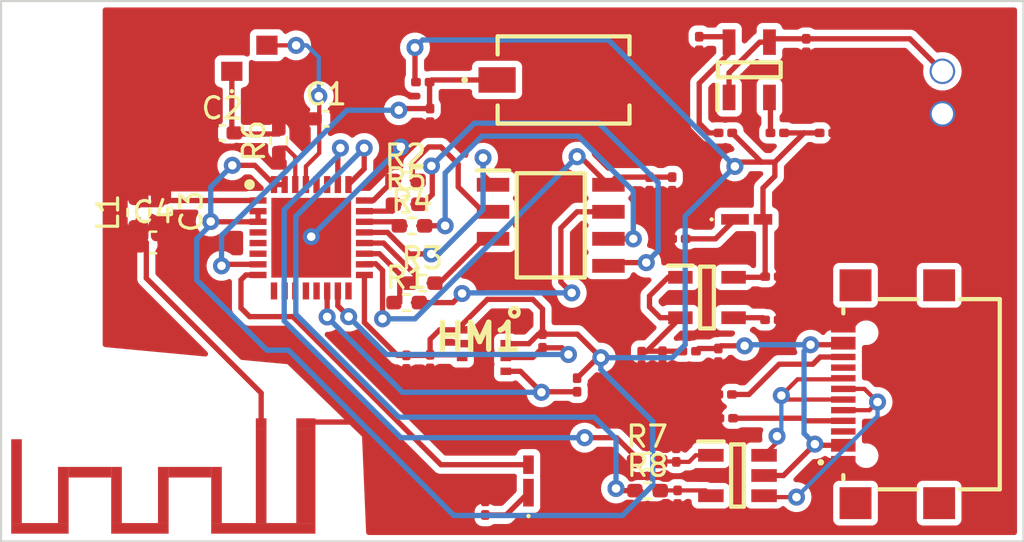
<source format=kicad_pcb>
(kicad_pcb (version 20221018) (generator pcbnew)
  (layers (0 "F.Cu" signal) (31 "B.Cu" signal) (34 "B.Paste" user) (35 "F.Paste" user) (36 "B.SilkS" user "B.Silkscreen") (37 "F.SilkS" user "F.Silkscreen") (38 "B.Mask" user) (39 "F.Mask" user) (44 "Edge.Cuts" user))
  (net 0 "")
  (net 1 "GND")
  (net 2 "+3.3V")
  (net 3 "/SDA")
  (net 4 "/SCL")
  (net 5 "Net-(IC1-CHIP_EN)")
  (net 6 "/USB_DP")
  (net 7 "/USB_DN")
  (net 8 "/USB_DN_1")
  (net 9 "VBUS")
  (net 10 "/USB_DP_1")
  (net 11 "/VBUS_Filt")
  (net 12 "Net-(U2-BP)")
  (net 13 "Net-(Y1-CRYSTAL_1)")
  (net 14 "/XTAL_N")
  (net 15 "/LNA_IN")
  (net 16 "/VDD_SPI")
  (net 17 "Net-(D1-K)")
  (net 18 "Net-(D2-K)")
  (net 19 "/GPIO3")
  (net 29 "Net-(IC1-SPIHD)")
  (net 30 "Net-(IC1-SPIWP)")
  (net 31 "/SPI_CS")
  (net 32 "Net-(IC1-SPICLK)")
  (net 33 "Net-(IC1-SPID)")
  (net 34 "Net-(IC1-SPIQ)")
  (net 35 "Net-(IC1-GPIO18)")
  (net 36 "Net-(IC1-GPIO19)")
  (net 39 "/XTAL_P")
  (net 40 "/SPI_Q")
  (net 41 "/SPI_WP")
  (net 42 "/SPI_D")
  (net 43 "/SPI_CLK")
  (net 44 "/SPI_HD")
  (net 45 "/USB_CC_1")
  (net 47 "/USB_CC_2")
  (net 53 "Net-(MonoAnt1-Feed)")
  (net 54 "Net-(IC3-EN)")
  (net 55 "Net-(IC3-LX)")
  (net 56 "Net-(IC3-FB)")
  (footprint "Capacitor_SMD:C_0603_1608Metric_Pad1.08x0.95mm_HandSolder" (layer "F.Cu") (at 118.0592 141.0056 -90)
    (fp_text reference "C3")
    (fp_text value "3p3")
  )
  (footprint "Capacitor_SMD:C_0603_1608Metric_Pad1.08x0.95mm_HandSolder" (layer "F.Cu") (at 117.6884 142.4636)
    (fp_text reference "C4")
    (fp_text value "3p3")
  )
  (footprint "Resistor_SMD:R_0201_0603Metric" (layer "F.Cu") (at 130.3634 134.9248)
    (fp_text reference "R12" hide)
    (fp_text value "10k" hide)
  )
  (footprint "ASCKCF00-AP5R5010402:ASCKCF00AP5R5010402" (layer "F.Cu") (at 145.5898 141.3764 180)
    (fp_text reference "D1" hide)
    (fp_text value "LED" hide)
  )
  (footprint "Footprint_Lib:Mono_Ant" (layer "F.Cu") (at 124.8664 150.9776 180)
    (fp_text reference "MonoAnt1" hide)
    (fp_text value "~" hide)
  )
  (footprint "Capacitor_SMD:C_0201_0603Metric" (layer "F.Cu") (at 146.7764 144.0688)
    (fp_text reference "C7" hide)
    (fp_text value "10uF" hide)
  )
  (footprint "Resistor_SMD:R_0402_1005Metric_Pad0.72x0.64mm_HandSolder" (layer "F.Cu") (at 140.9086 152.7556)
    (fp_text reference "R7")
    (fp_text value "0")
  )
  (footprint "Capacitor_SMD:C_0201_0603Metric" (layer "F.Cu") (at 140.65 147.9144 -90)
    (fp_text reference "C9" hide)
    (fp_text value "10uF" hide)
  )
  (footprint "Resistor_SMD:R_0402_1005Metric_Pad0.72x0.64mm_HandSolder" (layer "F.Cu") (at 140.9298 154.1272)
    (fp_text reference "R8")
    (fp_text value "0")
  )
  (footprint "Capacitor_SMD:C_0201_0603Metric" (layer "F.Cu") (at 141.0208 139.7106 90)
    (fp_text reference "C13" hide)
    (fp_text value "1uF" hide)
  )
  (footprint "Resistor_SMD:R_0402_1005Metric_Pad0.72x0.64mm_HandSolder" (layer "F.Cu") (at 123.5964 137.6832 90)
    (fp_text reference "R6")
    (fp_text value "0")
  )
  (footprint "Resistor_SMD:R_0402_1005Metric_Pad0.72x0.64mm_HandSolder" (layer "F.Cu") (at 129.6014 145.288)
    (fp_text reference "R1")
    (fp_text value "0")
  )
  (footprint "434781025816:434781025816" (layer "F.Cu") (at 136.9814 134.8232)
    (fp_text reference "S1" hide)
    (fp_text value "434781025816" hide)
  )
  (footprint "Resistor_SMD:R_0201_0603Metric" (layer "F.Cu") (at 144.6276 150.7236 180)
    (fp_text reference "R9" hide)
    (fp_text value "5k1" hide)
  )
  (footprint "JST_Connectors:JST-PH2.0mm" (layer "F.Cu") (at 154.7876 134.4168 -90)
    (fp_text reference "JST1" hide)
    (fp_text value "~" hide)
  )
  (footprint "Capacitor_SMD:C_0201_0603Metric" (layer "F.Cu") (at 142.3416 154.4366 -90)
    (fp_text reference "C5" hide)
    (fp_text value "x")
  )
  (footprint "Inductor_SMD:L_0201_0603Metric" (layer "F.Cu") (at 147.0258 137.3124 180)
    (fp_text reference "L3" hide)
    (fp_text value "2.2u")
  )
  (footprint "BME280:BME280" (layer "F.Cu") (at 132.2144 146.5684)
    (fp_text reference "HM1")
    (fp_text value "BME280" hide)
  )
  (footprint "Resistor_SMD:R_0402_1005Metric_Pad0.72x0.64mm_HandSolder" (layer "F.Cu") (at 129.5756 140.6652)
    (fp_text reference "R5")
    (fp_text value "0")
  )
  (footprint "SPX3819M5-L-3-3_TR:SOT95P280X145-5N" (layer "F.Cu") (at 143.7226 145.0492)
    (fp_text reference "U2" hide)
    (fp_text value "SPX3819M5-L-3-3" hide)
  )
  (footprint "Capacitor_SMD:C_0201_0603Metric" (layer "F.Cu") (at 144.2568 147.7666 -90)
    (fp_text reference "C10" hide)
    (fp_text value "100nF" hide)
  )
  (footprint "Resistor_SMD:R_0201_0603Metric" (layer "F.Cu") (at 135.9916 147.0928 -90)
    (fp_text reference "R14" hide)
    (fp_text value "4k7" hide)
  )
  (footprint "Capacitor_SMD:C_0201_0603Metric" (layer "F.Cu") (at 148.3868 133.2082 -90)
    (fp_text reference "C17" hide)
    (fp_text value "22u" hide)
  )
  (footprint "Resistor_SMD:R_0402_1005Metric_Pad0.72x0.64mm_HandSolder" (layer "F.Cu") (at 129.5506 139.5476)
    (fp_text reference "R2")
    (fp_text value "0")
  )
  (footprint "SY8089AAAC:SOT95P285X140-5N" (layer "F.Cu") (at 145.7096 134.3452 90)
    (fp_text reference "IC3" hide)
    (fp_text value "SMD_IC_SY8089AAAC" hide)
  )
  (footprint "ESP32-C3:QFN50P500X500X90-33N-D" (layer "F.Cu") (at 125.1204 142.24)
    (fp_text reference "IC1" hide)
    (fp_text value "ESP32-C3" hide)
  )
  (footprint "Resistor_SMD:R_0402_1005Metric_Pad0.72x0.64mm_HandSolder" (layer "F.Cu") (at 130.3376 144.3736)
    (fp_text reference "R3")
    (fp_text value "0")
  )
  (footprint "Capacitor_SMD:C_0201_0603Metric" (layer "F.Cu") (at 129.5908 148.0884 -90)
    (fp_text reference "C16" hide)
    (fp_text value "100n" hide)
  )
  (footprint "Capacitor_SMD:C_0201_0603Metric" (layer "F.Cu") (at 146.7718 146.1008)
    (fp_text reference "C8" hide)
    (fp_text value "100nF" hide)
  )
  (footprint "Capacitor_SMD:C_0201_0603Metric" (layer "F.Cu") (at 149.3368 137.3124)
    (fp_text reference "C18" hide)
    (fp_text value "22u" hide)
  )
  (footprint "Inductor_SMD:L_0201_0603Metric" (layer "F.Cu") (at 142.8852 147.574 180)
    (fp_text reference "L2" hide)
    (fp_text value "2n2" hide)
  )
  (footprint "Capacitor_SMD:C_0201_0603Metric" (layer "F.Cu") (at 141.6304 147.894 -90)
    (fp_text reference "C11" hide)
    (fp_text value "100nF" hide)
  )
  (footprint "Resistor_SMD:R_0201_0603Metric" (layer "F.Cu") (at 144.5768 149.606)
    (fp_text reference "R10" hide)
    (fp_text value "5k1" hide)
  )
  (footprint "830108208709:830108208709" (layer "F.Cu") (at 122.2126 133.8038)
    (fp_text reference "Y1" hide)
    (fp_text value "830108208709_crystal" hide)
  )
  (footprint "Capacitor_SMD:C_0201_0603Metric" (layer "F.Cu") (at 130.7084 148.0626 -90)
    (fp_text reference "C15" hide)
    (fp_text value "100n" hide)
  )
  (footprint "Resistor_SMD:R_0402_1005Metric_Pad0.72x0.64mm_HandSolder" (layer "F.Cu") (at 129.8554 141.6812)
    (fp_text reference "R4")
    (fp_text value "0")
  )
  (footprint "Capacitor_SMD:C_0201_0603Metric" (layer "F.Cu") (at 130.7084 136.489 -90)
    (fp_text reference "C14" hide)
    (fp_text value "1uF" hide)
  )
  (footprint "Capacitor_SMD:C_0201_0603Metric" (layer "F.Cu") (at 142.28 152.4554 90)
    (fp_text reference "C6" hide)
    (fp_text value "x" hide)
  )
  (footprint "ASCKCF00-AP5R5010402:ASCKCF00AP5R5010402" (layer "F.Cu") (at 135.3312 153.673 -90)
    (fp_text reference "D2" hide)
    (fp_text value "LED" hide)
  )
  (footprint "Capacitor_SMD:C_0402_1005Metric_Pad0.74x0.62mm_HandSolder" (layer "F.Cu") (at 125.8164 136.652)
    (fp_text reference "C1")
    (fp_text value "10p")
  )
  (footprint "Resistor_SMD:R_0201_0603Metric" (layer "F.Cu") (at 142.403 142.2908)
    (fp_text reference "R11" hide)
    (fp_text value "1k" hide)
  )
  (footprint "USBLC6-2SC6:SOT95P280X145-6N" (layer "F.Cu") (at 145.1556 153.416)
    (fp_text reference "U1" hide)
    (fp_text value "ESD Protection" hide)
  )
  (footprint "Resistor_SMD:R_0201_0603Metric" (layer "F.Cu") (at 137.6172 149.1594 -90)
    (fp_text reference "R15" hide)
    (fp_text value "4k7" hide)
  )
  (footprint "Resistor_SMD:R_0201_0603Metric" (layer "F.Cu") (at 143.3576 133.1112 -90)
    (fp_text reference "R17" hide)
    (fp_text value "47k" hide)
  )
  (footprint "Resistor_SMD:R_0201_0603Metric" (layer "F.Cu") (at 133.2992 154.9506 -90)
    (fp_text reference "R13" hide)
    (fp_text value "1k" hide)
  )
  (footprint "Resistor_SMD:R_0201_0603Metric" (layer "F.Cu") (at 144.5874 137.3124)
    (fp_text reference "R16" hide)
    (fp_text value "220k" hide)
  )
  (footprint "Capacitor_SMD:C_0402_1005Metric_Pad0.74x0.62mm_HandSolder" (layer "F.Cu") (at 120.9396 137.3124)
    (fp_text reference "C2")
    (fp_text value "10p")
  )
  (footprint "GSB1C41110SSHR:GSB1C41110SSHR" (layer "F.Cu") (at 153.5202 149.5952 90)
    (fp_text reference "J1" hide)
    (fp_text value "USB-C Connector" hide)
  )
  (footprint "Inductor_SMD:L_0603_1608Metric_Pad1.05x0.95mm_HandSolder" (layer "F.Cu") (at 116.9924 141.0564 90)
    (fp_text reference "L1")
    (fp_text value "2n2")
  )
  (footprint "GD25Q16CTEGR:SOIC127P600X175-8N" (layer "F.Cu") (at 136.3784 141.6558)
    (fp_text reference "IC2" hide)
    (fp_text value "GD25Q16CTEGR" hide)
  )
  (footprint "Capacitor_SMD:C_0201_0603Metric" (layer "F.Cu") (at 142.0876 139.7106 -90)
    (fp_text reference "C12" hide)
    (fp_text value "100nF" hide)
  )
  (gr_rect (start 110.5408 131.1148) (end 158.5976 156.5148) (stroke (width 0.1)) (fill none) (layer "Edge.Cuts"))
  (segment (start 129.5446 137.9728) (end 130.7084 136.809) (width 0.25) (layer "F.Cu") (net 1))
  (segment (start 130.6826 148.4084) (end 130.7084 148.3826) (width 0.25) (layer "F.Cu") (net 1))
  (segment (start 131.7706 154.6306) (end 128.0421 150.9021) (width 0.25) (layer "F.Cu") (net 1))
  (segment (start 129.3368 137.9728) (end 129.5446 137.9728) (width 0.25) (layer "F.Cu") (net 1))
  (segment (start 128.0421 150.9021) (end 125.181573 150.9021) (width 0.25) (layer "F.Cu") (net 1))
  (segment (start 125.1204 142.24) (end 125.1204 142.1892) (width 0.25) (layer "F.Cu") (net 1))
  (segment (start 142.0876 142.2862) (end 142.083 142.2908) (width 0.25) (layer "F.Cu") (net 1))
  (segment (start 141.61 148.2344) (end 141.6304 148.214) (width 0.25) (layer "F.Cu") (net 1))
  (segment (start 118.0592 142.4128) (end 118.0084 142.4636) (width 0.25) (layer "F.Cu") (net 1))
  (segment (start 141.6812 148.2094) (end 141.6304 148.2602) (width 0.25) (layer "F.Cu") (net 1))
  (segment (start 133.2992 154.6306) (end 131.7706 154.6306) (width 0.25) (layer "F.Cu") (net 1))
  (via (at 129.3368 137.9728) (size 0.8) (drill 0.4) (layers "F.Cu" "B.Cu") (net 1))
  (via (at 125.1204 142.1892) (size 0.8) (drill 0.4) (layers "F.Cu" "B.Cu") (net 1))
  (segment (start 125.1204 142.1892) (end 129.3368 137.9728) (width 0.25) (layer "B.Cu") (net 1))
  (segment (start 138.7348 147.8788) (end 137.6288 146.7728) (width 0.25) (layer "F.Cu") (net 2))
  (segment (start 132.2144 147.8684) (end 132.0886 147.7426) (width 0.25) (layer "F.Cu") (net 2))
  (segment (start 129.5908 147.7684) (end 130.6826 147.7684) (width 0.25) (layer "F.Cu") (net 2))
  (segment (start 146.426 144.0992) (end 146.4564 144.0688) (width 0.25) (layer "F.Cu") (net 2))
  (segment (start 131.1552 146.5684) (end 130.7084 147.0152) (width 0.25) (layer "F.Cu") (net 2))
  (segment (start 146.9136 139.3444) (end 146.3548 139.9032) (width 0.25) (layer "F.Cu") (net 2))
  (segment (start 135.797788 146.7728) (end 135.9916 146.7728) (width 0.25) (layer "F.Cu") (net 2))
  (segment (start 130.6826 147.7684) (end 130.7084 147.7426) (width 0.25) (layer "F.Cu") (net 2))
  (segment (start 144.9074 137.3124) (end 146.279 138.684) (width 0.25) (layer "F.Cu") (net 2))
  (segment (start 138.7348 147.8788) (end 138.5778 147.8788) (width 0.25) (layer "F.Cu") (net 2))
  (segment (start 129.9972 133.2992) (end 129.9972 134.8786) (width 0.25) (layer "F.Cu") (net 2))
  (segment (start 146.4564 141.478) (end 146.3548 141.3764) (width 0.25) (layer "F.Cu") (net 2))
  (segment (start 148.2852 137.3124) (end 149.0168 137.3124) (width 0.25) (layer "F.Cu") (net 2))
  (segment (start 129.9972 134.8786) (end 130.0434 134.9248) (width 0.25) (layer "F.Cu") (net 2))
  (segment (start 145.2372 138.684) (end 145.034 138.8872) (width 0.25) (layer "F.Cu") (net 2))
  (segment (start 132.0886 147.7426) (end 130.7084 147.7426) (width 0.25) (layer "F.Cu") (net 2))
  (segment (start 133.4008 145.1356) (end 135.5344 145.1356) (width 0.25) (layer "F.Cu") (net 2))
  (segment (start 146.279 138.684) (end 145.2372 138.684) (width 0.25) (layer "F.Cu") (net 2))
  (segment (start 146.279 138.684) (end 146.9136 138.684) (width 0.25) (layer "F.Cu") (net 2))
  (segment (start 122.6204 141.49) (end 120.408 141.49) (width 0.25) (layer "F.Cu") (net 2))
  (segment (start 146.4564 144.0688) (end 146.4564 141.478) (width 0.25) (layer "F.Cu") (net 2))
  (segment (start 121.412 138.8364) (end 122.4668 138.8364) (width 0.25) (layer "F.Cu") (net 2))
  (segment (start 132.2144 146.5684) (end 132.2144 146.322) (width 0.25) (layer "F.Cu") (net 2))
  (segment (start 144.9726 144.0992) (end 146.426 144.0992) (width 0.25) (layer "F.Cu") (net 2))
  (segment (start 135.352188 147.2184) (end 135.797788 146.7728) (width 0.25) (layer "F.Cu") (net 2))
  (segment (start 130.7084 147.0152) (end 130.7084 147.7426) (width 0.25) (layer "F.Cu") (net 2))
  (segment (start 123.8704 139.74) (end 123.3704 139.74) (width 0.25) (layer "F.Cu") (net 2))
  (segment (start 146.4314 144.0992) (end 146.4518 144.1196) (width 0.25) (layer "F.Cu") (net 2))
  (segment (start 129.5908 147.7684) (end 129.166295 147.7684) (width 0.25) (layer "F.Cu") (net 2))
  (segment (start 147.3458 137.3124) (end 148.2852 137.3124) (width 0.25) (layer "F.Cu") (net 2))
  (segment (start 138.5778 147.8788) (end 137.6172 148.8394) (width 0.25) (layer "F.Cu") (net 2))
  (segment (start 129.166295 147.7684) (end 127.6204 146.222505) (width 0.25) (layer "F.Cu") (net 2))
  (segment (start 134.2644 147.2184) (end 135.352188 147.2184) (width 0.25) (layer "F.Cu") (net 2))
  (segment (start 122.4668 138.8364) (end 123.3704 139.74) (width 0.25) (layer "F.Cu") (net 2))
  (segment (start 146.9136 138.684) (end 148.2852 137.3124) (width 0.25) (layer "F.Cu") (net 2))
  (segment (start 132.2144 146.5684) (end 131.1552 146.5684) (width 0.25) (layer "F.Cu") (net 2))
  (segment (start 135.5344 145.1356) (end 135.9916 145.5928) (width 0.25) (layer "F.Cu") (net 2))
  (segment (start 127.6204 146.222505) (end 127.6204 143.99) (width 0.25) (layer "F.Cu") (net 2))
  (segment (start 135.9916 145.5928) (end 135.9916 146.7728) (width 0.25) (layer "F.Cu") (net 2))
  (segment (start 122.6204 140.99) (end 122.6204 141.49) (width 0.25) (layer "F.Cu") (net 2))
  (segment (start 146.3548 139.9032) (end 146.3548 141.3764) (width 0.25) (layer "F.Cu") (net 2))
  (segment (start 137.6288 146.7728) (end 135.9916 146.7728) (width 0.25) (layer "F.Cu") (net 2))
  (segment (start 146.9136 138.684) (end 146.9136 139.3444) (width 0.25) (layer "F.Cu") (net 2))
  (segment (start 120.408 141.49) (end 120.396 141.478) (width 0.25) (layer "F.Cu") (net 2))
  (segment (start 132.2144 146.322) (end 133.4008 145.1356) (width 0.25) (layer "F.Cu") (net 2))
  (via (at 129.9972 133.2992) (size 0.8) (drill 0.4) (layers "F.Cu" "B.Cu") (net 2))
  (via (at 120.396 141.478) (size 0.8) (drill 0.4) (layers "F.Cu" "B.Cu") (net 2))
  (via (at 138.7348 147.8788) (size 0.8) (drill 0.4) (layers "F.Cu" "B.Cu") (net 2))
  (via (at 121.412 138.8364) (size 0.8) (drill 0.4) (layers "F.Cu" "B.Cu") (net 2))
  (via (at 145.034 138.8872) (size 0.8) (drill 0.4) (layers "F.Cu" "B.Cu") (net 2))
  (segment (start 131.064 132.9436) (end 130.3528 132.9436) (width 0.25) (layer "B.Cu") (net 2))
  (segment (start 120.396 141.6304) (end 119.7356 142.2908) (width 0.25) (layer "B.Cu") (net 2))
  (segment (start 141.1732 150.876) (end 138.7348 148.4376) (width 0.25) (layer "B.Cu") (net 2))
  (segment (start 120.396 139.8524) (end 121.412 138.8364) (width 0.25) (layer "B.Cu") (net 2))
  (segment (start 139.7508 155.2956) (end 141.1732 153.8732) (width 0.25) (layer "B.Cu") (net 2))
  (segment (start 130.3528 132.9436) (end 129.9972 133.2992) (width 0.25) (layer "B.Cu") (net 2))
  (segment (start 120.396 141.478) (end 120.396 141.6304) (width 0.25) (layer "B.Cu") (net 2))
  (segment (start 138.7348 147.8788) (end 142.0876 147.8788) (width 0.25) (layer "B.Cu") (net 2))
  (segment (start 123.0376 147.5232) (end 124.0536 147.5232) (width 0.25) (layer "B.Cu") (net 2))
  (segment (start 142.6972 141.224) (end 145.034 138.8872) (width 0.25) (layer "B.Cu") (net 2))
  (segment (start 131.826 155.2956) (end 139.7508 155.2956) (width 0.25) (layer "B.Cu") (net 2))
  (segment (start 142.6972 147.2692) (end 142.6972 141.224) (width 0.25) (layer "B.Cu") (net 2))
  (segment (start 142.0876 147.8788) (end 142.6972 147.2692) (width 0.25) (layer "B.Cu") (net 2))
  (segment (start 141.1732 153.8732) (end 141.1732 150.876) (width 0.25) (layer "B.Cu") (net 2))
  (segment (start 119.7356 142.2908) (end 119.7356 144.2212) (width 0.25) (layer "B.Cu") (net 2))
  (segment (start 139.0904 132.9436) (end 131.064 132.9436) (width 0.25) (layer "B.Cu") (net 2))
  (segment (start 124.0536 147.5232) (end 131.826 155.2956) (width 0.25) (layer "B.Cu") (net 2))
  (segment (start 138.7348 148.4376) (end 138.7348 147.8788) (width 0.25) (layer "B.Cu") (net 2))
  (segment (start 145.034 138.8872) (end 139.0904 132.9436) (width 0.25) (layer "B.Cu") (net 2))
  (segment (start 119.7356 144.2212) (end 123.0376 147.5232) (width 0.25) (layer "B.Cu") (net 2))
  (segment (start 120.396 141.478) (end 120.396 139.8524) (width 0.25) (layer "B.Cu") (net 2))
  (segment (start 126.3704 145.44) (end 126.3704 144.74) (width 0.25) (layer "F.Cu") (net 3))
  (segment (start 135.9916 147.4128) (end 135.536 147.8684) (width 0.25) (layer "F.Cu") (net 3))
  (segment (start 126.8788 145.9484) (end 126.3704 145.44) (width 0.25) (layer "F.Cu") (net 3))
  (segment (start 135.9916 147.4128) (end 136.8972 147.4128) (width 0.25) (layer "F.Cu") (net 3))
  (segment (start 135.536 147.8684) (end 134.2644 147.8684) (width 0.25) (layer "F.Cu") (net 3))
  (segment (start 136.8972 147.4128) (end 137.2108 147.7264) (width 0.25) (layer "F.Cu") (net 3))
  (via (at 126.8788 145.9484) (size 0.8) (drill 0.4) (layers "F.Cu" "B.Cu") (net 3))
  (via (at 137.2108 147.7264) (size 0.8) (drill 0.4) (layers "F.Cu" "B.Cu") (net 3))
  (segment (start 126.8788 145.9484) (end 128.6568 147.7264) (width 0.25) (layer "B.Cu") (net 3))
  (segment (start 128.6568 147.7264) (end 137.2108 147.7264) (width 0.25) (layer "B.Cu") (net 3))
  (segment (start 134.2644 148.5184) (end 134.9548 148.5184) (width 0.25) (layer "F.Cu") (net 4))
  (segment (start 134.9548 148.5184) (end 135.9408 149.5044) (width 0.25) (layer "F.Cu") (net 4))
  (segment (start 137.6172 149.4794) (end 135.9658 149.4794) (width 0.25) (layer "F.Cu") (net 4))
  (segment (start 135.9658 149.4794) (end 135.9408 149.5044) (width 0.25) (layer "F.Cu") (net 4))
  (segment (start 125.868301 144.742099) (end 125.8704 144.74) (width 0.25) (layer "F.Cu") (net 4))
  (segment (start 125.868301 145.962499) (end 125.868301 144.742099) (width 0.25) (layer "F.Cu") (net 4))
  (via (at 125.868301 145.962499) (size 0.8) (drill 0.4) (layers "F.Cu" "B.Cu") (net 4))
  (via (at 135.9408 149.5044) (size 0.8) (drill 0.4) (layers "F.Cu" "B.Cu") (net 4))
  (segment (start 125.868301 145.962499) (end 129.410202 149.5044) (width 0.25) (layer "B.Cu") (net 4))
  (segment (start 129.410202 149.5044) (end 135.9408 149.5044) (width 0.25) (layer "B.Cu") (net 4))
  (segment (start 130.785 134.8232) (end 130.6834 134.9248) (width 0.25) (layer "F.Cu") (net 5))
  (segment (start 130.6834 136.144) (end 130.7084 136.169) (width 0.25) (layer "F.Cu") (net 5))
  (segment (start 120.9748 143.49) (end 122.6204 143.49) (width 0.25) (layer "F.Cu") (net 5))
  (segment (start 130.7084 136.169) (end 129.3118 136.169) (width 0.25) (layer "F.Cu") (net 5))
  (segment (start 133.8564 134.8232) (end 130.785 134.8232) (width 0.25) (layer "F.Cu") (net 5))
  (segment (start 129.3118 136.169) (end 129.2352 136.2456) (width 0.25) (layer "F.Cu") (net 5))
  (segment (start 120.904 143.5608) (end 120.9748 143.49) (width 0.25) (layer "F.Cu") (net 5))
  (segment (start 130.6834 134.9248) (end 130.6834 136.144) (width 0.25) (layer "F.Cu") (net 5))
  (via (at 129.2352 136.2456) (size 0.8) (drill 0.4) (layers "F.Cu" "B.Cu") (net 5))
  (via (at 120.904 143.5608) (size 0.8) (drill 0.4) (layers "F.Cu" "B.Cu") (net 5))
  (segment (start 126.7968 136.2456) (end 120.904 142.1384) (width 0.25) (layer "B.Cu") (net 5))
  (segment (start 129.2352 136.2456) (end 126.7968 136.2456) (width 0.25) (layer "B.Cu") (net 5))
  (segment (start 120.904 142.1384) (end 120.904 143.5608) (width 0.25) (layer "B.Cu") (net 5))
  (segment (start 142.8806 152.7754) (end 142.28 152.7754) (width 0.2) (layer "F.Cu") (net 6))
  (segment (start 142.2602 152.7556) (end 142.28 152.7754) (width 0.2) (layer "F.Cu") (net 6))
  (segment (start 143.9056 152.466) (end 143.19 152.466) (width 0.2) (layer "F.Cu") (net 6))
  (segment (start 141.2286 152.7556) (end 142.2602 152.7556) (width 0.2) (layer "F.Cu") (net 6))
  (segment (start 143.19 152.466) (end 142.8806 152.7754) (width 0.2) (layer "F.Cu") (net 6))
  (segment (start 142.3416 154.1166) (end 141.2604 154.1166) (width 0.2) (layer "F.Cu") (net 7))
  (segment (start 141.2604 154.1166) (end 141.2498 154.1272) (width 0.2) (layer "F.Cu") (net 7))
  (segment (start 143.9056 154.366) (end 143.6562 154.1166) (width 0.2) (layer "F.Cu") (net 7))
  (segment (start 143.6562 154.1166) (end 142.3416 154.1166) (width 0.2) (layer "F.Cu") (net 7))
  (segment (start 151.356 150.3452) (end 151.7396 149.9616) (width 0.2) (layer "F.Cu") (net 8))
  (segment (start 150.1302 150.3452) (end 151.356 150.3452) (width 0.2) (layer "F.Cu") (net 8))
  (segment (start 146.4716 154.432) (end 146.4056 154.366) (width 0.2) (layer "F.Cu") (net 8))
  (segment (start 150.1302 149.3452) (end 151.1232 149.3452) (width 0.2) (layer "F.Cu") (net 8))
  (segment (start 151.1232 149.3452) (end 151.7396 149.9616) (width 0.2) (layer "F.Cu") (net 8))
  (segment (start 147.9296 154.432) (end 146.4716 154.432) (width 0.2) (layer "F.Cu") (net 8))
  (via (at 151.7396 149.9616) (size 0.8) (drill 0.4) (layers "F.Cu" "B.Cu") (net 8))
  (via (at 147.9296 154.432) (size 0.8) (drill 0.4) (layers "F.Cu" "B.Cu") (net 8))
  (segment (start 151.7396 149.9616) (end 151.7396 150.622) (width 0.2) (layer "B.Cu") (net 8))
  (segment (start 151.7396 150.622) (end 147.9296 154.432) (width 0.2) (layer "B.Cu") (net 8))
  (segment (start 145.4912 147.32) (end 144.3834 147.32) (width 0.25) (layer "F.Cu") (net 9))
  (segment (start 148.59 147.2692) (end 150.0562 147.2692) (width 0.25) (layer "F.Cu") (net 9))
  (segment (start 147.32 153.416) (end 146.4056 153.416) (width 0.25) (layer "F.Cu") (net 9))
  (segment (start 150.1302 151.9952) (end 148.8456 151.9952) (width 0.25) (layer "F.Cu") (net 9))
  (segment (start 148.7932 151.9428) (end 147.32 153.416) (width 0.25) (layer "F.Cu") (net 9))
  (segment (start 148.4126 147.4466) (end 148.59 147.2692) (width 0.25) (layer "F.Cu") (net 9))
  (segment (start 144.2568 147.4466) (end 143.3326 147.4466) (width 0.25) (layer "F.Cu") (net 9))
  (segment (start 143.3326 147.4466) (end 143.2052 147.574) (width 0.25) (layer "F.Cu") (net 9))
  (segment (start 150.0562 147.2692) (end 150.1302 147.1952) (width 0.25) (layer "F.Cu") (net 9))
  (segment (start 148.8456 151.9952) (end 148.7932 151.9428) (width 0.25) (layer "F.Cu") (net 9))
  (segment (start 144.3834 147.32) (end 144.2568 147.4466) (width 0.25) (layer "F.Cu") (net 9))
  (via (at 148.59 147.2692) (size 0.8) (drill 0.4) (layers "F.Cu" "B.Cu") (net 9))
  (via (at 148.7932 151.9428) (size 0.8) (drill 0.4) (layers "F.Cu" "B.Cu") (net 9))
  (via (at 145.4912 147.32) (size 0.8) (drill 0.4) (layers "F.Cu" "B.Cu") (net 9))
  (segment (start 148.2852 147.574) (end 148.2852 151.4348) (width 0.25) (layer "B.Cu") (net 9))
  (segment (start 148.2852 151.4348) (end 148.7932 151.9428) (width 0.25) (layer "B.Cu") (net 9))
  (segment (start 145.542 147.2692) (end 145.4912 147.32) (width 0.25) (layer "B.Cu") (net 9))
  (segment (start 148.59 147.2692) (end 145.542 147.2692) (width 0.25) (layer "B.Cu") (net 9))
  (segment (start 148.59 147.2692) (end 148.2852 147.574) (width 0.25) (layer "B.Cu") (net 9))
  (segment (start 147.4068 149.8452) (end 147.2184 149.6568) (width 0.2) (layer "F.Cu") (net 10))
  (segment (start 147.98 148.8952) (end 147.2184 149.6568) (width 0.2) (layer "F.Cu") (net 10))
  (segment (start 147.0152 151.8564) (end 146.4056 152.466) (width 0.2) (layer "F.Cu") (net 10))
  (segment (start 147.0152 151.5697) (end 147.0152 151.8564) (width 0.2) (layer "F.Cu") (net 10))
  (segment (start 150.1302 148.8452) (end 150.1302 148.8786) (width 0.2) (layer "F.Cu") (net 10))
  (segment (start 150.1302 148.8786) (end 150.1136 148.8952) (width 0.2) (layer "F.Cu") (net 10))
  (segment (start 150.1302 149.8452) (end 147.4068 149.8452) (width 0.2) (layer "F.Cu") (net 10))
  (segment (start 150.1136 148.8952) (end 147.98 148.8952) (width 0.2) (layer "F.Cu") (net 10))
  (via (at 147.0152 151.5697) (size 0.8) (drill 0.4) (layers "F.Cu" "B.Cu") (net 10))
  (via (at 147.2184 149.6568) (size 0.8) (drill 0.4) (layers "F.Cu" "B.Cu") (net 10))
  (segment (start 147.2184 149.6568) (end 147.2184 151.3665) (width 0.2) (layer "B.Cu") (net 10))
  (segment (start 147.2184 151.3665) (end 147.0152 151.5697) (width 0.2) (layer "B.Cu") (net 10))
  (segment (start 141.5288 145.9992) (end 141.0208 145.4912) (width 0.25) (layer "F.Cu") (net 11))
  (segment (start 141.8976 144.0992) (end 142.4726 144.0992) (width 0.25) (layer "F.Cu") (net 11))
  (segment (start 140.65 147.5944) (end 140.8774 147.5944) (width 0.25) (layer "F.Cu") (net 11))
  (segment (start 142.5652 147.574) (end 141.6304 147.574) (width 0.25) (layer "F.Cu") (net 11))
  (segment (start 141.6304 147.574) (end 140.6704 147.574) (width 0.25) (layer "F.Cu") (net 11))
  (segment (start 140.6704 147.574) (end 140.65 147.5944) (width 0.25) (layer "F.Cu") (net 11))
  (segment (start 141.0208 145.4912) (end 141.0208 144.976) (width 0.25) (layer "F.Cu") (net 11))
  (segment (start 142.4726 145.9992) (end 141.5288 145.9992) (width 0.25) (layer "F.Cu") (net 11))
  (segment (start 141.0208 144.976) (end 141.8976 144.0992) (width 0.25) (layer "F.Cu") (net 11))
  (segment (start 140.8774 147.5944) (end 142.4726 145.9992) (width 0.25) (layer "F.Cu") (net 11))
  (segment (start 144.9726 145.9992) (end 146.3502 145.9992) (width 0.25) (layer "F.Cu") (net 12))
  (segment (start 145.0742 146.1008) (end 144.9726 145.9992) (width 0.25) (layer "F.Cu") (net 12))
  (segment (start 146.3502 145.9992) (end 146.4518 146.1008) (width 0.25) (layer "F.Cu") (net 12))
  (segment (start 121.7676 137.3632) (end 121.7168 137.3124) (width 0.25) (layer "F.Cu") (net 13))
  (segment (start 121.7168 137.3124) (end 121.2596 137.3124) (width 0.25) (layer "F.Cu") (net 13))
  (segment (start 121.3876 134.4168) (end 121.3876 137.1844) (width 0.25) (layer "F.Cu") (net 13))
  (segment (start 121.3876 137.1844) (end 121.2596 137.3124) (width 0.25) (layer "F.Cu") (net 13))
  (segment (start 123.5964 137.3632) (end 121.7676 137.3632) (width 0.25) (layer "F.Cu") (net 13))
  (segment (start 124.8704 138.8832) (end 125.4964 138.2572) (width 0.2) (layer "F.Cu") (net 14))
  (segment (start 124.4092 133.1976) (end 123.0444 133.1976) (width 0.2) (layer "F.Cu") (net 14))
  (segment (start 125.4964 136.652) (end 125.4964 135.6056) (width 0.2) (layer "F.Cu") (net 14))
  (segment (start 125.4964 135.6056) (end 125.476 135.5852) (width 0.2) (layer "F.Cu") (net 14))
  (segment (start 123.0444 133.1976) (end 123.0376 133.1908) (width 0.2) (layer "F.Cu") (net 14))
  (segment (start 125.4964 138.2572) (end 125.4964 136.652) (width 0.2) (layer "F.Cu") (net 14))
  (segment (start 124.8704 139.74) (end 124.8704 138.8832) (width 0.2) (layer "F.Cu") (net 14))
  (via (at 125.476 135.5852) (size 0.8) (drill 0.4) (layers "F.Cu" "B.Cu") (net 14))
  (via (at 124.4092 133.1976) (size 0.8) (drill 0.4) (layers "F.Cu" "B.Cu") (net 14))
  (segment (start 125.476 133.7564) (end 124.9172 133.1976) (width 0.2) (layer "B.Cu") (net 14))
  (segment (start 124.9172 133.1976) (end 124.4092 133.1976) (width 0.2) (layer "B.Cu") (net 14))
  (segment (start 125.476 135.5852) (end 125.476 133.7564) (width 0.2) (layer "B.Cu") (net 14))
  (segment (start 118.0592 140.6856) (end 118.2548 140.49) (width 0.25) (layer "F.Cu") (net 15))
  (segment (start 117.0432 140.6856) (end 116.9924 140.7364) (width 0.25) (layer "F.Cu") (net 15))
  (segment (start 118.0592 140.6856) (end 117.0432 140.6856) (width 0.25) (layer "F.Cu") (net 15))
  (segment (start 118.2548 140.49) (end 122.6204 140.49) (width 0.25) (layer "F.Cu") (net 15))
  (segment (start 137.7696 138.43) (end 139.0904 139.7508) (width 0.25) (layer "F.Cu") (net 16))
  (segment (start 127.6204 143.49) (end 127.6454 143.465) (width 0.25) (layer "F.Cu") (net 16))
  (segment (start 128.159004 143.465) (end 128.4732 143.779196) (width 0.25) (layer "F.Cu") (net 16))
  (segment (start 139.0904 139.7508) (end 139.4506 139.3906) (width 0.25) (layer "F.Cu") (net 16))
  (segment (start 139.4506 139.3906) (end 141.0208 139.3906) (width 0.25) (layer "F.Cu") (net 16))
  (segment (start 137.6172 138.43) (end 137.7696 138.43) (width 0.25) (layer "F.Cu") (net 16))
  (segment (start 142.0876 139.3906) (end 141.0208 139.3906) (width 0.25) (layer "F.Cu") (net 16))
  (segment (start 127.6454 143.465) (end 128.159004 143.465) (width 0.25) (layer "F.Cu") (net 16))
  (segment (start 128.4732 143.779196) (end 128.4732 146.05) (width 0.25) (layer "F.Cu") (net 16))
  (via (at 137.6172 138.43) (size 0.8) (drill 0.4) (layers "F.Cu" "B.Cu") (net 16))
  (via (at 128.4732 146.05) (size 0.8) (drill 0.4) (layers "F.Cu" "B.Cu") (net 16))
  (segment (start 129.9972 146.05) (end 137.6172 138.43) (width 0.25) (layer "B.Cu") (net 16))
  (segment (start 128.4732 146.05) (end 129.9972 146.05) (width 0.25) (layer "B.Cu") (net 16))
  (segment (start 144.1254 142.2908) (end 145.0398 141.3764) (width 0.25) (layer "F.Cu") (net 17))
  (segment (start 142.723 142.2908) (end 144.1254 142.2908) (width 0.25) (layer "F.Cu") (net 17))
  (segment (start 135.3312 154.223) (end 134.2836 155.2706) (width 0.25) (layer "F.Cu") (net 18))
  (segment (start 134.2836 155.2706) (end 133.2992 155.2706) (width 0.25) (layer "F.Cu") (net 18))
  (segment (start 122.0496 143.99) (end 121.8184 144.2212) (width 0.25) (layer "F.Cu") (net 19))
  (segment (start 131.2164 152.908) (end 135.3312 152.908) (width 0.25) (layer "F.Cu") (net 19))
  (segment (start 122.6204 143.99) (end 122.0496 143.99) (width 0.25) (layer "F.Cu") (net 19))
  (segment (start 121.8184 145.542) (end 122.2248 145.9484) (width 0.25) (layer "F.Cu") (net 19))
  (segment (start 124.2568 145.9484) (end 131.2164 152.908) (width 0.25) (layer "F.Cu") (net 19))
  (segment (start 121.8184 144.2212) (end 121.8184 145.542) (width 0.25) (layer "F.Cu") (net 19))
  (segment (start 122.2248 145.9484) (end 124.2568 145.9484) (width 0.25) (layer "F.Cu") (net 19))
  (segment (start 129.2814 143.951) (end 128.3204 142.99) (width 0.25) (layer "F.Cu") (net 29))
  (segment (start 128.3204 142.99) (end 127.6204 142.99) (width 0.25) (layer "F.Cu") (net 29))
  (segment (start 129.2814 145.288) (end 129.2814 143.951) (width 0.25) (layer "F.Cu") (net 29))
  (segment (start 130.0176 144.3736) (end 130.0176 143.9876) (width 0.25) (layer "F.Cu") (net 30))
  (segment (start 128.52 142.49) (end 127.6204 142.49) (width 0.25) (layer "F.Cu") (net 30))
  (segment (start 130.0176 143.9876) (end 128.52 142.49) (width 0.25) (layer "F.Cu") (net 30))
  (segment (start 128.704404 141.99) (end 127.6204 141.99) (width 0.25) (layer "F.Cu") (net 31))
  (segment (start 130.7592 143.002) (end 129.716404 143.002) (width 0.25) (layer "F.Cu") (net 31))
  (segment (start 133.1976 138.4808) (end 133.1976 139.282) (width 0.25) (layer "F.Cu") (net 31))
  (segment (start 133.1976 139.282) (end 133.6664 139.7508) (width 0.25) (layer "F.Cu") (net 31))
  (segment (start 129.716404 143.002) (end 128.704404 141.99) (width 0.25) (layer "F.Cu") (net 31))
  (via (at 133.1976 138.4808) (size 0.8) (drill 0.4) (layers "F.Cu" "B.Cu") (net 31))
  (via (at 130.7592 143.002) (size 0.8) (drill 0.4) (layers "F.Cu" "B.Cu") (net 31))
  (segment (start 131.1148 143.002) (end 130.7592 143.002) (width 0.25) (layer "B.Cu") (net 31))
  (segment (start 133.1976 140.9192) (end 131.1148 143.002) (width 0.25) (layer "B.Cu") (net 31))
  (segment (start 133.1976 138.4808) (end 133.1976 140.9192) (width 0.25) (layer "B.Cu") (net 31))
  (segment (start 129.3442 141.49) (end 127.6204 141.49) (width 0.25) (layer "F.Cu") (net 32))
  (segment (start 129.5354 141.6812) (end 129.3442 141.49) (width 0.25) (layer "F.Cu") (net 32))
  (segment (start 128.9308 140.99) (end 127.6204 140.99) (width 0.25) (layer "F.Cu") (net 33))
  (segment (start 129.2556 140.6652) (end 128.9308 140.99) (width 0.25) (layer "F.Cu") (net 33))
  (segment (start 128.0388 140.49) (end 127.6204 140.49) (width 0.25) (layer "F.Cu") (net 34))
  (segment (start 128.9812 139.5476) (end 128.0388 140.49) (width 0.25) (layer "F.Cu") (net 34))
  (segment (start 127.6484 140.462) (end 127.6204 140.49) (width 0.25) (layer "F.Cu") (net 34))
  (segment (start 129.2306 139.5476) (end 128.9812 139.5476) (width 0.25) (layer "F.Cu") (net 34))
  (segment (start 139.5476 154.1272) (end 139.446 154.0256) (width 0.25) (layer "F.Cu") (net 35))
  (segment (start 127.6096 138.0236) (end 127.6096 139.0008) (width 0.25) (layer "F.Cu") (net 35))
  (segment (start 127.6096 139.0008) (end 126.8704 139.74) (width 0.25) (layer "F.Cu") (net 35))
  (segment (start 140.6098 154.1272) (end 139.5476 154.1272) (width 0.25) (layer "F.Cu") (net 35))
  (via (at 139.446 154.0256) (size 0.8) (drill 0.4) (layers "F.Cu" "B.Cu") (net 35))
  (via (at 127.6096 138.0236) (size 0.8) (drill 0.4) (layers "F.Cu" "B.Cu") (net 35))
  (segment (start 129.2352 150.6728) (end 124.3954 145.833) (width 0.25) (layer "B.Cu") (net 35))
  (segment (start 139.446 151.6888) (end 138.43 150.6728) (width 0.25) (layer "B.Cu") (net 35))
  (segment (start 124.3954 141.2378) (end 127.6096 138.0236) (width 0.25) (layer "B.Cu") (net 35))
  (segment (start 138.43 150.6728) (end 129.2352 150.6728) (width 0.25) (layer "B.Cu") (net 35))
  (segment (start 124.3954 145.833) (end 124.3954 141.2378) (width 0.25) (layer "B.Cu") (net 35))
  (segment (start 139.446 154.0256) (end 139.446 151.6888) (width 0.25) (layer "B.Cu") (net 35))
  (segment (start 137.9728 151.638) (end 139.471 151.638) (width 0.25) (layer "F.Cu") (net 36))
  (segment (start 126.3704 138.1452) (end 126.3704 139.74) (width 0.25) (layer "F.Cu") (net 36))
  (segment (start 139.471 151.638) (end 140.5886 152.7556) (width 0.25) (layer "F.Cu") (net 36))
  (segment (start 126.492 138.0236) (end 126.3704 138.1452) (width 0.25) (layer "F.Cu") (net 36))
  (via (at 126.492 138.0236) (size 0.8) (drill 0.4) (layers "F.Cu" "B.Cu") (net 36))
  (via (at 137.9728 151.638) (size 0.8) (drill 0.4) (layers "F.Cu" "B.Cu") (net 36))
  (segment (start 123.8504 140.9192) (end 126.492 138.2776) (width 0.25) (layer "B.Cu") (net 36))
  (segment (start 137.9728 151.638) (end 129.3368 151.638) (width 0.25) (layer "B.Cu") (net 36))
  (segment (start 123.8504 146.1516) (end 123.8504 140.9192) (width 0.25) (layer "B.Cu") (net 36))
  (segment (start 126.492 138.2776) (end 126.492 138.0236) (width 0.25) (layer "B.Cu") (net 36))
  (segment (start 129.3368 151.638) (end 123.8504 146.1516) (width 0.25) (layer "B.Cu") (net 36))
  (segment (start 123.5964 138.0032) (end 123.9316 138.0032) (width 0.2) (layer "F.Cu") (net 39))
  (segment (start 123.9316 138.0032) (end 124.3704 138.442) (width 0.2) (layer "F.Cu") (net 39))
  (segment (start 124.3704 138.442) (end 124.3704 139.74) (width 0.2) (layer "F.Cu") (net 39))
  (segment (start 131.2164 137.9728) (end 130.638761 137.9728) (width 0.25) (layer "F.Cu") (net 40))
  (segment (start 133.1989 141.0208) (end 132.0292 139.8511) (width 0.25) (layer "F.Cu") (net 40))
  (segment (start 132.0292 138.7856) (end 131.2164 137.9728) (width 0.25) (layer "F.Cu") (net 40))
  (segment (start 132.0292 139.8511) (end 132.0292 138.7856) (width 0.25) (layer "F.Cu") (net 40))
  (segment (start 133.6664 141.0208) (end 133.1989 141.0208) (width 0.25) (layer "F.Cu") (net 40))
  (segment (start 129.8706 138.740961) (end 129.8706 139.5476) (width 0.25) (layer "F.Cu") (net 40))
  (segment (start 130.638761 137.9728) (end 129.8706 138.740961) (width 0.25) (layer "F.Cu") (net 40))
  (segment (start 131.1461 144.3736) (end 130.6576 144.3736) (width 0.25) (layer "F.Cu") (net 41))
  (segment (start 133.6664 142.2908) (end 133.2289 142.2908) (width 0.25) (layer "F.Cu") (net 41))
  (segment (start 133.2289 142.2908) (end 131.1461 144.3736) (width 0.25) (layer "F.Cu") (net 41))
  (segment (start 140.8684 143.4084) (end 139.2428 143.4084) (width 0.25) (layer "F.Cu") (net 42))
  (segment (start 130.3528 140.6652) (end 130.81 140.208) (width 0.25) (layer "F.Cu") (net 42))
  (segment (start 129.8956 140.6652) (end 130.3528 140.6652) (width 0.25) (layer "F.Cu") (net 42))
  (segment (start 130.81 140.208) (end 130.81 138.906744) (width 0.25) (layer "F.Cu") (net 42))
  (segment (start 130.81 138.906744) (end 130.770061 138.866805) (width 0.25) (layer "F.Cu") (net 42))
  (segment (start 139.2428 143.4084) (end 139.0904 143.5608) (width 0.25) (layer "F.Cu") (net 42))
  (via (at 130.770061 138.866805) (size 0.8) (drill 0.4) (layers "F.Cu" "B.Cu") (net 42))
  (via (at 140.8684 143.4084) (size 0.8) (drill 0.4) (layers "F.Cu" "B.Cu") (net 42))
  (segment (start 132.781666 136.8552) (end 138.6332 136.8552) (width 0.25) (layer "B.Cu") (net 42))
  (segment (start 141.4272 142.8496) (end 140.8684 143.4084) (width 0.25) (layer "B.Cu") (net 42))
  (segment (start 138.6332 136.8552) (end 141.4272 139.6492) (width 0.25) (layer "B.Cu") (net 42))
  (segment (start 141.4272 139.6492) (end 141.4272 142.6972) (width 0.25) (layer "B.Cu") (net 42))
  (segment (start 130.770061 138.866805) (end 132.781666 136.8552) (width 0.25) (layer "B.Cu") (net 42))
  (segment (start 141.4272 142.6972) (end 141.4272 142.8496) (width 0.25) (layer "B.Cu") (net 42))
  (segment (start 131.415301 141.676901) (end 130.179699 141.676901) (width 0.25) (layer "F.Cu") (net 43))
  (segment (start 130.179699 141.676901) (end 130.1754 141.6812) (width 0.25) (layer "F.Cu") (net 43))
  (segment (start 139.0904 142.2908) (end 140.2588 142.2908) (width 0.25) (layer "F.Cu") (net 43))
  (via (at 140.2588 142.2908) (size 0.8) (drill 0.4) (layers "F.Cu" "B.Cu") (net 43))
  (via (at 131.415301 141.676901) (size 0.8) (drill 0.4) (layers "F.Cu" "B.Cu") (net 43))
  (segment (start 140.2588 142.2908) (end 140.2588 140.046295) (width 0.25) (layer "B.Cu") (net 43))
  (segment (start 133.1468 137.4648) (end 131.415301 139.196299) (width 0.25) (layer "B.Cu") (net 43))
  (segment (start 137.677305 137.4648) (end 133.1468 137.4648) (width 0.25) (layer "B.Cu") (net 43))
  (segment (start 131.415301 139.196299) (end 131.415301 141.676901) (width 0.25) (layer "B.Cu") (net 43))
  (segment (start 140.2588 140.046295) (end 137.677305 137.4648) (width 0.25) (layer "B.Cu") (net 43))
  (segment (start 136.8552 144.3228) (end 136.8552 141.7828) (width 0.25) (layer "F.Cu") (net 44))
  (segment (start 137.3632 144.8308) (end 136.8552 144.3228) (width 0.25) (layer "F.Cu") (net 44))
  (segment (start 131.783798 145.288) (end 129.9214 145.288) (width 0.25) (layer "F.Cu") (net 44))
  (segment (start 132.211299 144.860499) (end 131.783798 145.288) (width 0.25) (layer "F.Cu") (net 44))
  (segment (start 137.6172 141.0208) (end 139.0904 141.0208) (width 0.25) (layer "F.Cu") (net 44))
  (segment (start 136.8552 141.7828) (end 137.6172 141.0208) (width 0.25) (layer "F.Cu") (net 44))
  (via (at 132.211299 144.860499) (size 0.8) (drill 0.4) (layers "F.Cu" "B.Cu") (net 44))
  (via (at 137.3632 144.8308) (size 0.8) (drill 0.4) (layers "F.Cu" "B.Cu") (net 44))
  (segment (start 132.240998 144.8308) (end 132.211299 144.860499) (width 0.25) (layer "B.Cu") (net 44))
  (segment (start 137.3632 144.8308) (end 132.240998 144.8308) (width 0.25) (layer "B.Cu") (net 44))
  (segment (start 148.356 150.8452) (end 148.2344 150.7236) (width 0.25) (layer "F.Cu") (net 45))
  (segment (start 148.2344 150.7236) (end 144.9476 150.7236) (width 0.25) (layer "F.Cu") (net 45))
  (segment (start 150.1302 150.8452) (end 148.356 150.8452) (width 0.25) (layer "F.Cu") (net 45))
  (segment (start 149.039305 147.8452) (end 148.700905 148.1836) (width 0.25) (layer "F.Cu") (net 47))
  (segment (start 150.1302 147.8452) (end 149.039305 147.8452) (width 0.25) (layer "F.Cu") (net 47))
  (segment (start 145.6944 149.606) (end 144.8968 149.606) (width 0.25) (layer "F.Cu") (net 47))
  (segment (start 147.1168 148.1836) (end 145.6944 149.606) (width 0.25) (layer "F.Cu") (net 47))
  (segment (start 148.700905 148.1836) (end 147.1168 148.1836) (width 0.25) (layer "F.Cu") (net 47))
  (segment (start 116.9924 141.3764) (end 116.9924 142.0876) (width 0.25) (layer "F.Cu") (net 53))
  (segment (start 122.7664 149.538) (end 122.7664 150.9021) (width 0.25) (layer "F.Cu") (net 53))
  (segment (start 117.3684 142.4636) (end 117.3684 144.14) (width 0.25) (layer "F.Cu") (net 53))
  (segment (start 116.9924 142.0876) (end 117.3684 142.4636) (width 0.25) (layer "F.Cu") (net 53))
  (segment (start 117.3684 144.14) (end 122.7664 149.538) (width 0.25) (layer "F.Cu") (net 53))
  (segment (start 148.3868 132.8882) (end 146.8166 132.8882) (width 0.25) (layer "F.Cu") (net 54))
  (segment (start 146.2024 133.0452) (end 144.7596 134.488) (width 0.25) (layer "F.Cu") (net 54))
  (segment (start 148.3868 132.8882) (end 153.259 132.8882) (width 0.25) (layer "F.Cu") (net 54))
  (segment (start 153.259 132.8882) (end 154.7876 134.4168) (width 0.25) (layer "F.Cu") (net 54))
  (segment (start 144.7596 134.488) (end 144.7596 135.6452) (width 0.25) (layer "F.Cu") (net 54))
  (segment (start 146.8166 132.8882) (end 146.6596 133.0452) (width 0.25) (layer "F.Cu") (net 54))
  (segment (start 146.6596 133.0452) (end 146.2024 133.0452) (width 0.25) (layer "F.Cu") (net 54))
  (segment (start 146.7058 135.6914) (end 146.6596 135.6452) (width 0.25) (layer "F.Cu") (net 55))
  (segment (start 146.7058 137.3124) (end 146.7058 135.6914) (width 0.25) (layer "F.Cu") (net 55))
  (segment (start 143.3576 132.7912) (end 144.5056 132.7912) (width 0.25) (layer "F.Cu") (net 56))
  (segment (start 143.3576 136.8552) (end 143.8148 137.3124) (width 0.25) (layer "F.Cu") (net 56))
  (segment (start 143.3576 134.9756) (end 143.3576 136.8552) (width 0.25) (layer "F.Cu") (net 56))
  (segment (start 143.8148 137.3124) (end 144.2674 137.3124) (width 0.25) (layer "F.Cu") (net 56))
  (segment (start 144.5056 132.7912) (end 144.7596 133.0452) (width 0.25) (layer "F.Cu") (net 56))
  (segment (start 144.7596 133.0452) (end 144.7596 133.5736) (width 0.25) (layer "F.Cu") (net 56))
  (segment (start 144.7596 133.5736) (end 143.3576 134.9756) (width 0.25) (layer "F.Cu") (net 56))
  (zone (net 1) (net_name "GND") (layer "F.Cu") (name "Gnd Plane") (connect_pads yes (clearance 0.3)) (min_thickness 0.25) (fill yes (thermal_gap 0.5) (thermal_bridge_width 0.5))
    (polygon (pts (xy 115.316 131.1148) (xy 158.5976 131.1148) (xy 158.5976 156.5148) (xy 127.7112 156.3624) (xy 127.508 151.5872) (xy 124.0028 148.1836) (xy 115.316 147.3708)))
  )
)
</source>
